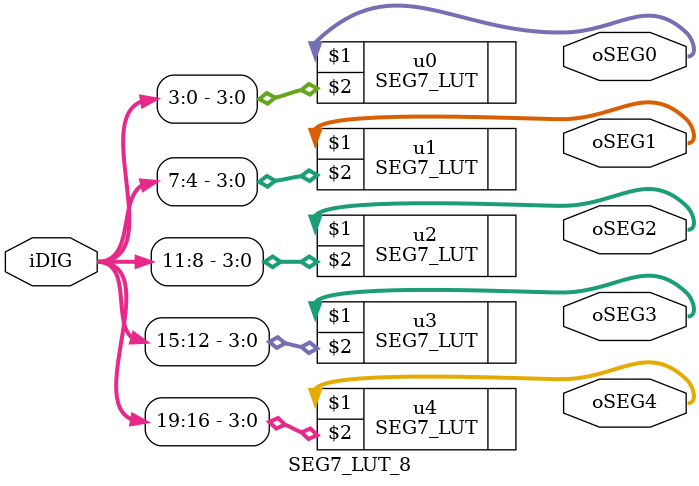
<source format=v>

module SEG7_LUT_8 (	oSEG0,oSEG1,oSEG2,oSEG3,oSEG4,iDIG );
input	[31:0]	iDIG;
output	[6:0]	oSEG0,oSEG1,oSEG2,oSEG3,oSEG4;//oSEG5,oSEG6,oSEG7;

SEG7_LUT	u0	(	oSEG0,iDIG[3:0]		);
SEG7_LUT	u1	(	oSEG1,iDIG[7:4]		);
SEG7_LUT	u2	(	oSEG2,iDIG[11:8]	);
SEG7_LUT	u3	(	oSEG3,iDIG[15:12]	);
SEG7_LUT	u4	(	oSEG4,iDIG[19:16]	);
//SEG7_LUT	u5	(	oSEG5,iDIG[23:20]	);
//SEG7_LUT	u6	(	oSEG6,iDIG[27:24]	);
//SEG7_LUT	u7	(	oSEG7,iDIG[31:28]	);

endmodule
</source>
